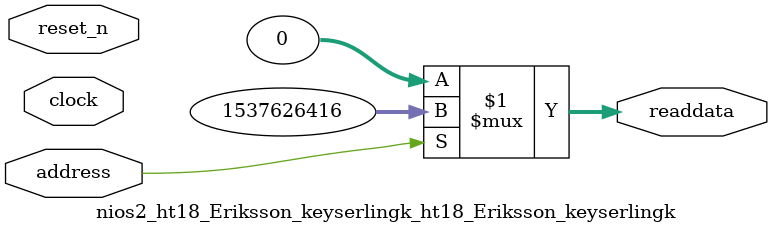
<source format=v>

`timescale 1ns / 1ps
// synthesis translate_on

// turn off superfluous verilog processor warnings 
// altera message_level Level1 
// altera message_off 10034 10035 10036 10037 10230 10240 10030 

module nios2_ht18_Eriksson_keyserlingk_ht18_Eriksson_keyserlingk (
               // inputs:
                address,
                clock,
                reset_n,

               // outputs:
                readdata
             )
;

  output  [ 31: 0] readdata;
  input            address;
  input            clock;
  input            reset_n;

  wire    [ 31: 0] readdata;
  //control_slave, which is an e_avalon_slave
  assign readdata = address ? 1537626416 : 0;

endmodule




</source>
